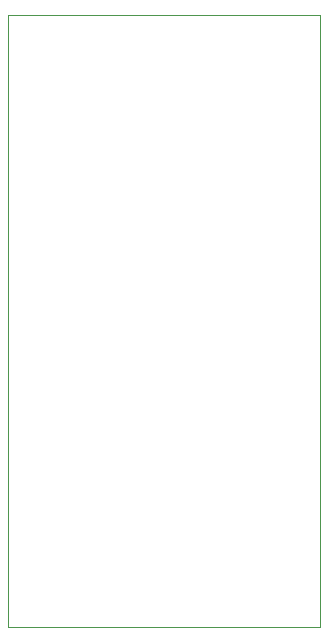
<source format=gbr>
%TF.GenerationSoftware,KiCad,Pcbnew,5.1.9-73d0e3b20d~88~ubuntu20.04.1*%
%TF.CreationDate,2021-03-30T20:26:41-06:00*%
%TF.ProjectId,STM32F411CE,53544d33-3246-4343-9131-43452e6b6963,rev?*%
%TF.SameCoordinates,Original*%
%TF.FileFunction,Profile,NP*%
%FSLAX46Y46*%
G04 Gerber Fmt 4.6, Leading zero omitted, Abs format (unit mm)*
G04 Created by KiCad (PCBNEW 5.1.9-73d0e3b20d~88~ubuntu20.04.1) date 2021-03-30 20:26:41*
%MOMM*%
%LPD*%
G01*
G04 APERTURE LIST*
%TA.AperFunction,Profile*%
%ADD10C,0.050000*%
%TD*%
G04 APERTURE END LIST*
D10*
X38404800Y-11988800D02*
X38404800Y-63804800D01*
X11988800Y-11988800D02*
X38404800Y-11988800D01*
X11988800Y-63804800D02*
X11988800Y-11988800D01*
X38404800Y-63804800D02*
X11988800Y-63804800D01*
M02*

</source>
